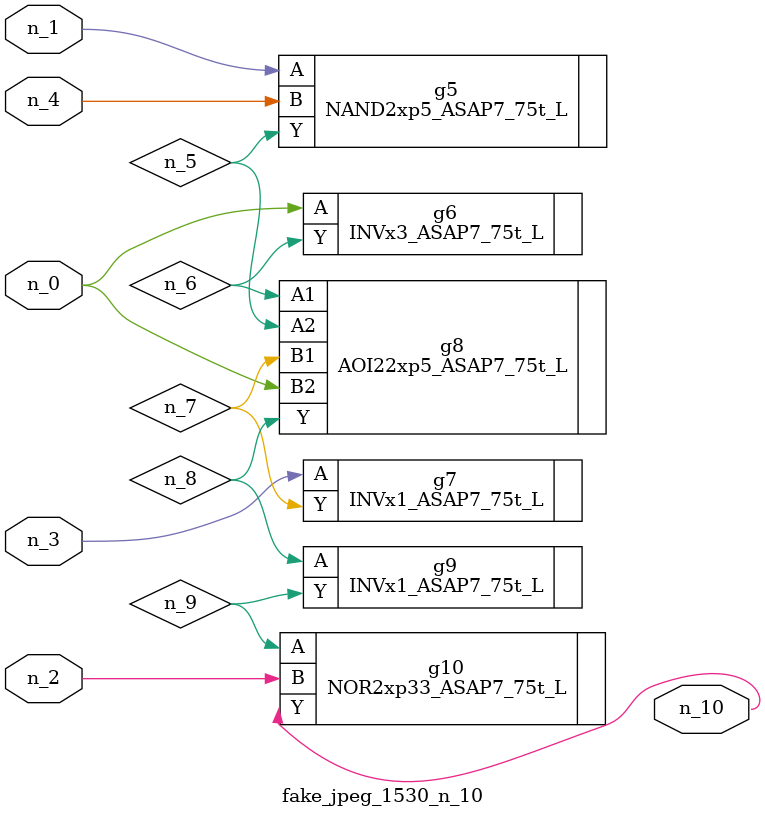
<source format=v>
module fake_jpeg_1530_n_10 (n_3, n_2, n_1, n_0, n_4, n_10);

input n_3;
input n_2;
input n_1;
input n_0;
input n_4;

output n_10;

wire n_8;
wire n_9;
wire n_6;
wire n_5;
wire n_7;

NAND2xp5_ASAP7_75t_L g5 ( 
.A(n_1),
.B(n_4),
.Y(n_5)
);

INVx3_ASAP7_75t_L g6 ( 
.A(n_0),
.Y(n_6)
);

INVx1_ASAP7_75t_L g7 ( 
.A(n_3),
.Y(n_7)
);

AOI22xp5_ASAP7_75t_L g8 ( 
.A1(n_6),
.A2(n_5),
.B1(n_7),
.B2(n_0),
.Y(n_8)
);

INVx1_ASAP7_75t_L g9 ( 
.A(n_8),
.Y(n_9)
);

NOR2xp33_ASAP7_75t_L g10 ( 
.A(n_9),
.B(n_2),
.Y(n_10)
);


endmodule
</source>
